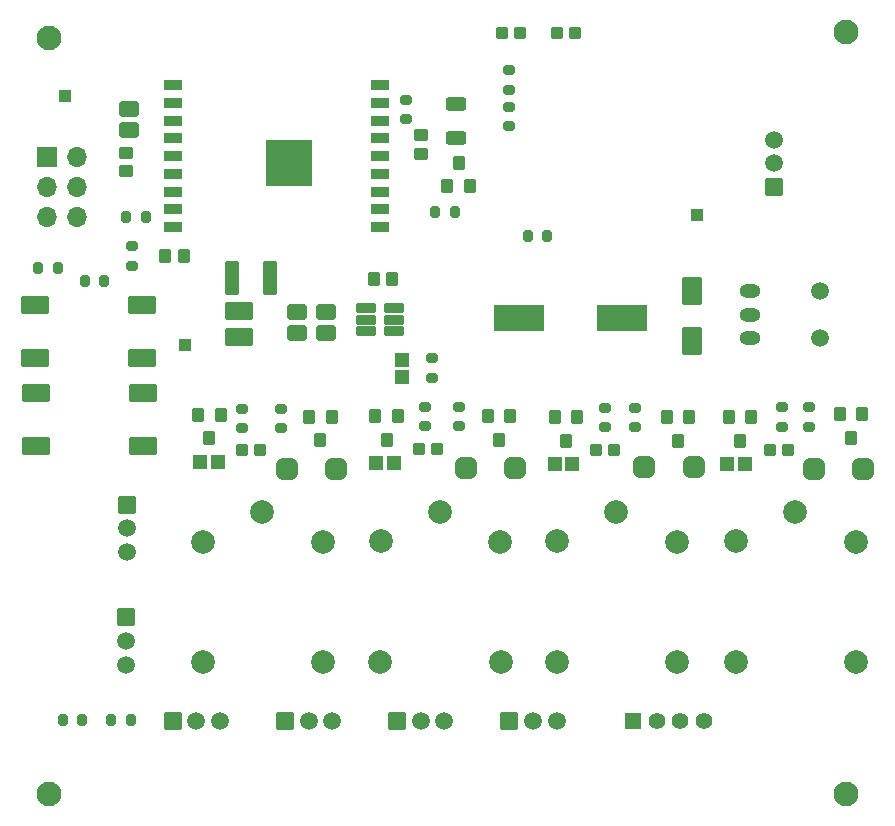
<source format=gts>
G04 #@! TF.GenerationSoftware,KiCad,Pcbnew,9.0.3*
G04 #@! TF.CreationDate,2025-08-26T10:07:48-04:00*
G04 #@! TF.ProjectId,Water_controller_board,57617465-725f-4636-9f6e-74726f6c6c65,rev?*
G04 #@! TF.SameCoordinates,Original*
G04 #@! TF.FileFunction,Soldermask,Top*
G04 #@! TF.FilePolarity,Negative*
%FSLAX46Y46*%
G04 Gerber Fmt 4.6, Leading zero omitted, Abs format (unit mm)*
G04 Created by KiCad (PCBNEW 9.0.3) date 2025-08-26 10:07:48*
%MOMM*%
%LPD*%
G01*
G04 APERTURE LIST*
G04 Aperture macros list*
%AMRoundRect*
0 Rectangle with rounded corners*
0 $1 Rounding radius*
0 $2 $3 $4 $5 $6 $7 $8 $9 X,Y pos of 4 corners*
0 Add a 4 corners polygon primitive as box body*
4,1,4,$2,$3,$4,$5,$6,$7,$8,$9,$2,$3,0*
0 Add four circle primitives for the rounded corners*
1,1,$1+$1,$2,$3*
1,1,$1+$1,$4,$5*
1,1,$1+$1,$6,$7*
1,1,$1+$1,$8,$9*
0 Add four rect primitives between the rounded corners*
20,1,$1+$1,$2,$3,$4,$5,0*
20,1,$1+$1,$4,$5,$6,$7,0*
20,1,$1+$1,$6,$7,$8,$9,0*
20,1,$1+$1,$8,$9,$2,$3,0*%
G04 Aperture macros list end*
%ADD10RoundRect,0.100400X-0.401600X0.451600X-0.401600X-0.451600X0.401600X-0.451600X0.401600X0.451600X0*%
%ADD11RoundRect,0.200000X0.275000X-0.200000X0.275000X0.200000X-0.275000X0.200000X-0.275000X-0.200000X0*%
%ADD12RoundRect,0.102000X-0.465000X0.445000X-0.465000X-0.445000X0.465000X-0.445000X0.465000X0.445000X0*%
%ADD13C,2.100000*%
%ADD14RoundRect,0.100400X0.401600X-0.451600X0.401600X0.451600X-0.401600X0.451600X-0.401600X-0.451600X0*%
%ADD15RoundRect,0.102000X-0.400000X0.400000X-0.400000X-0.400000X0.400000X-0.400000X0.400000X0.400000X0*%
%ADD16RoundRect,0.200000X0.200000X0.275000X-0.200000X0.275000X-0.200000X-0.275000X0.200000X-0.275000X0*%
%ADD17RoundRect,0.102000X0.510000X-0.520000X0.510000X0.520000X-0.510000X0.520000X-0.510000X-0.520000X0*%
%ADD18RoundRect,0.102000X0.400000X-0.400000X0.400000X0.400000X-0.400000X0.400000X-0.400000X-0.400000X0*%
%ADD19R,1.000000X1.000000*%
%ADD20RoundRect,0.200000X-0.275000X0.200000X-0.275000X-0.200000X0.275000X-0.200000X0.275000X0.200000X0*%
%ADD21RoundRect,0.102000X2.050000X1.000000X-2.050000X1.000000X-2.050000X-1.000000X2.050000X-1.000000X0*%
%ADD22RoundRect,0.200000X-0.200000X-0.275000X0.200000X-0.275000X0.200000X0.275000X-0.200000X0.275000X0*%
%ADD23C,2.000000*%
%ADD24RoundRect,0.102000X1.110000X-0.620000X1.110000X0.620000X-1.110000X0.620000X-1.110000X-0.620000X0*%
%ADD25RoundRect,0.450000X0.450000X0.450000X-0.450000X0.450000X-0.450000X-0.450000X0.450000X-0.450000X0*%
%ADD26RoundRect,0.102000X0.710000X-0.540000X0.710000X0.540000X-0.710000X0.540000X-0.710000X-0.540000X0*%
%ADD27RoundRect,0.102000X0.520000X0.510000X-0.520000X0.510000X-0.520000X-0.510000X0.520000X-0.510000X0*%
%ADD28R,1.700000X1.700000*%
%ADD29O,1.700000X1.700000*%
%ADD30RoundRect,0.055580X-0.771420X-0.341420X0.771420X-0.341420X0.771420X0.341420X-0.771420X0.341420X0*%
%ADD31RoundRect,0.102000X-0.654000X0.654000X-0.654000X-0.654000X0.654000X-0.654000X0.654000X0.654000X0*%
%ADD32C,1.512000*%
%ADD33RoundRect,0.250000X-0.625000X0.312500X-0.625000X-0.312500X0.625000X-0.312500X0.625000X0.312500X0*%
%ADD34C,1.500000*%
%ADD35O,1.800000X1.200000*%
%ADD36RoundRect,0.102000X-1.050000X-0.700000X1.050000X-0.700000X1.050000X0.700000X-1.050000X0.700000X0*%
%ADD37RoundRect,0.102000X-0.710000X0.540000X-0.710000X-0.540000X0.710000X-0.540000X0.710000X0.540000X0*%
%ADD38RoundRect,0.102000X-0.445000X-0.465000X0.445000X-0.465000X0.445000X0.465000X-0.445000X0.465000X0*%
%ADD39RoundRect,0.102000X-0.654000X-0.654000X0.654000X-0.654000X0.654000X0.654000X-0.654000X0.654000X0*%
%ADD40RoundRect,0.102000X-0.480000X-1.360000X0.480000X-1.360000X0.480000X1.360000X-0.480000X1.360000X0*%
%ADD41RoundRect,0.102000X-0.604000X-0.604000X0.604000X-0.604000X0.604000X0.604000X-0.604000X0.604000X0*%
%ADD42C,1.412000*%
%ADD43R,1.498600X0.889000*%
%ADD44R,3.987800X3.987800*%
%ADD45RoundRect,0.102000X0.445000X0.465000X-0.445000X0.465000X-0.445000X-0.465000X0.445000X-0.465000X0*%
%ADD46RoundRect,0.102000X0.654000X-0.654000X0.654000X0.654000X-0.654000X0.654000X-0.654000X-0.654000X0*%
%ADD47RoundRect,0.102000X0.750000X-1.060000X0.750000X1.060000X-0.750000X1.060000X-0.750000X-1.060000X0*%
G04 APERTURE END LIST*
D10*
G04 #@! TO.C,Q5*
X171801654Y-91377902D03*
X169901654Y-91377902D03*
X170851654Y-93377902D03*
G04 #@! TD*
D11*
G04 #@! TO.C,R18*
X189366254Y-92316400D03*
X189366254Y-90666400D03*
G04 #@! TD*
D12*
G04 #@! TO.C,C6*
X148786275Y-69134317D03*
X148786275Y-70674317D03*
G04 #@! TD*
D13*
G04 #@! TO.C,REF\u002A\u002A*
X209748954Y-58877900D03*
G04 #@! TD*
D14*
G04 #@! TO.C,Q2*
X175998954Y-71927900D03*
X177898954Y-71927900D03*
X176948954Y-69927900D03*
G04 #@! TD*
D15*
G04 #@! TO.C,D2*
X185268954Y-58967900D03*
X186768954Y-58967900D03*
G04 #@! TD*
D16*
G04 #@! TO.C,R4*
X150438954Y-74527900D03*
X148788954Y-74527900D03*
G04 #@! TD*
D13*
G04 #@! TO.C,REF\u002A\u002A*
X142248954Y-59377900D03*
G04 #@! TD*
D17*
G04 #@! TO.C,R1*
X172193954Y-88073900D03*
X172193954Y-86603900D03*
G04 #@! TD*
D18*
G04 #@! TO.C,D5*
X175078954Y-94187900D03*
X173578954Y-94187900D03*
G04 #@! TD*
D19*
G04 #@! TO.C,TP2*
X143623954Y-64277900D03*
G04 #@! TD*
D20*
G04 #@! TO.C,R15*
X181248954Y-65217900D03*
X181248954Y-66867900D03*
G04 #@! TD*
D21*
G04 #@! TO.C,C10*
X190748954Y-83077900D03*
X182048954Y-83077900D03*
G04 #@! TD*
D22*
G04 #@! TO.C,R23*
X145283954Y-79927900D03*
X146933954Y-79927900D03*
G04 #@! TD*
D16*
G04 #@! TO.C,R6*
X176598954Y-74127900D03*
X174948954Y-74127900D03*
G04 #@! TD*
D18*
G04 #@! TO.C,D7*
X190118954Y-94237900D03*
X188618954Y-94237900D03*
G04 #@! TD*
D23*
G04 #@! TO.C,Rly2*
X170356254Y-101955200D03*
X180490854Y-102006000D03*
X175334654Y-99491400D03*
X170330854Y-112191400D03*
X180516254Y-112191400D03*
G04 #@! TD*
D10*
G04 #@! TO.C,Q3*
X156798954Y-91277900D03*
X154898954Y-91277900D03*
X155848954Y-93277900D03*
G04 #@! TD*
D11*
G04 #@! TO.C,R7*
X161898954Y-92422900D03*
X161898954Y-90772900D03*
G04 #@! TD*
D20*
G04 #@! TO.C,R17*
X191912515Y-90666400D03*
X191912515Y-92316400D03*
G04 #@! TD*
D24*
G04 #@! TO.C,L1*
X158348954Y-84657900D03*
X158348954Y-82477900D03*
G04 #@! TD*
D25*
G04 #@! TO.C,D6*
X181752609Y-95801781D03*
X177587009Y-95801781D03*
G04 #@! TD*
D26*
G04 #@! TO.C,C1*
X163248954Y-84372900D03*
X163248954Y-82582900D03*
G04 #@! TD*
D27*
G04 #@! TO.C,R12*
X171451254Y-95377902D03*
X169981254Y-95377902D03*
G04 #@! TD*
D20*
G04 #@! TO.C,R2*
X174718954Y-86507900D03*
X174718954Y-88157900D03*
G04 #@! TD*
D25*
G04 #@! TO.C,D8*
X196834554Y-95727900D03*
X192668954Y-95727900D03*
G04 #@! TD*
D28*
G04 #@! TO.C,Conn1*
X142083954Y-69422900D03*
D29*
X144623954Y-69422900D03*
X142083954Y-71962900D03*
X144623954Y-71962900D03*
X142083954Y-74502900D03*
X144623954Y-74502900D03*
G04 #@! TD*
D10*
G04 #@! TO.C,Q1*
X166186454Y-91434976D03*
X164286454Y-91434976D03*
X165236454Y-93434976D03*
G04 #@! TD*
D20*
G04 #@! TO.C,R8*
X158568954Y-90772900D03*
X158568954Y-92422900D03*
G04 #@! TD*
D30*
G04 #@! TO.C,U3*
X169138954Y-82277900D03*
X169138954Y-83227900D03*
X169138954Y-84177900D03*
X171448954Y-84177900D03*
X171448954Y-83227900D03*
X171448954Y-82277900D03*
G04 #@! TD*
D10*
G04 #@! TO.C,Q4*
X181301654Y-91377902D03*
X179401654Y-91377902D03*
X180351654Y-93377902D03*
G04 #@! TD*
D19*
G04 #@! TO.C,TP3*
X197098954Y-74347900D03*
G04 #@! TD*
D16*
G04 #@! TO.C,R25*
X145058954Y-117117900D03*
X143408954Y-117117900D03*
G04 #@! TD*
D31*
G04 #@! TO.C,Conn4*
X148759656Y-108427900D03*
D32*
X148759656Y-110427900D03*
X148759656Y-112427900D03*
G04 #@! TD*
D10*
G04 #@! TO.C,Q8*
X211108954Y-91234100D03*
X209208954Y-91234100D03*
X210158954Y-93234100D03*
G04 #@! TD*
G04 #@! TO.C,Q9*
X201741654Y-91484100D03*
X199841654Y-91484100D03*
X200791654Y-93484100D03*
G04 #@! TD*
D33*
G04 #@! TO.C,R11*
X176748954Y-64952900D03*
X176748954Y-67877900D03*
G04 #@! TD*
D34*
G04 #@! TO.C,J1*
X207578954Y-84817900D03*
X207578954Y-80817900D03*
D35*
X201578954Y-80817900D03*
X201578954Y-84817900D03*
X201578954Y-82817900D03*
G04 #@! TD*
D16*
G04 #@! TO.C,R24*
X184458954Y-76137900D03*
X182808954Y-76137900D03*
G04 #@! TD*
D26*
G04 #@! TO.C,C2*
X165748954Y-84367900D03*
X165748954Y-82577900D03*
G04 #@! TD*
D36*
G04 #@! TO.C,S1*
X141073954Y-81952900D03*
X150173954Y-81952900D03*
X141073954Y-86452900D03*
X150173954Y-86452900D03*
G04 #@! TD*
D11*
G04 #@! TO.C,R10*
X181238954Y-63752900D03*
X181238954Y-62102900D03*
G04 #@! TD*
D37*
G04 #@! TO.C,C7*
X149048954Y-65377900D03*
X149048954Y-67167900D03*
G04 #@! TD*
D11*
G04 #@! TO.C,R21*
X204288954Y-92309100D03*
X204288954Y-90659100D03*
G04 #@! TD*
D38*
G04 #@! TO.C,C5*
X152119954Y-77840900D03*
X153659954Y-77840900D03*
G04 #@! TD*
D27*
G04 #@! TO.C,R19*
X201178954Y-95484100D03*
X199708954Y-95484100D03*
G04 #@! TD*
D20*
G04 #@! TO.C,R20*
X206636654Y-90659100D03*
X206636654Y-92309100D03*
G04 #@! TD*
D27*
G04 #@! TO.C,R9*
X156550854Y-95248476D03*
X155080854Y-95248476D03*
G04 #@! TD*
D39*
G04 #@! TO.C,Conn7*
X171748954Y-117165400D03*
D32*
X173748954Y-117165400D03*
X175748954Y-117165400D03*
G04 #@! TD*
D18*
G04 #@! TO.C,D3*
X160088954Y-94237900D03*
X158588954Y-94237900D03*
G04 #@! TD*
D39*
G04 #@! TO.C,Conn2*
X152748954Y-117185400D03*
D32*
X154748954Y-117185400D03*
X156748954Y-117185400D03*
G04 #@! TD*
D40*
G04 #@! TO.C,C4*
X157723954Y-79677900D03*
X160973954Y-79677900D03*
G04 #@! TD*
D13*
G04 #@! TO.C,REF\u002A\u002A*
X142248954Y-123377900D03*
G04 #@! TD*
D19*
G04 #@! TO.C,TP1*
X153798954Y-85327900D03*
G04 #@! TD*
D41*
G04 #@! TO.C,Conn5*
X191732164Y-117177900D03*
D42*
X193732164Y-117177900D03*
X195732164Y-117177900D03*
X197732164Y-117177900D03*
G04 #@! TD*
D25*
G04 #@! TO.C,D10*
X211192609Y-95891781D03*
X207027009Y-95891781D03*
G04 #@! TD*
G04 #@! TO.C,D1*
X166574554Y-95887900D03*
X162408954Y-95887900D03*
G04 #@! TD*
D22*
G04 #@! TO.C,R22*
X141358954Y-78817900D03*
X143008954Y-78817900D03*
G04 #@! TD*
D39*
G04 #@! TO.C,Conn8*
X181248954Y-117165400D03*
D32*
X183248954Y-117165400D03*
X185248954Y-117165400D03*
G04 #@! TD*
D27*
G04 #@! TO.C,R16*
X186566254Y-95441400D03*
X185096254Y-95441400D03*
G04 #@! TD*
D20*
G04 #@! TO.C,R14*
X174098954Y-90587900D03*
X174098954Y-92237900D03*
G04 #@! TD*
D13*
G04 #@! TO.C,REF\u002A\u002A*
X209748954Y-123377900D03*
G04 #@! TD*
D12*
G04 #@! TO.C,C8*
X173748954Y-67627900D03*
X173748954Y-69167900D03*
G04 #@! TD*
D43*
G04 #@! TO.C,U1*
X152748954Y-63377903D03*
X152748954Y-64877902D03*
X152748954Y-66377902D03*
X152748954Y-67877901D03*
X152748954Y-69377901D03*
X152748954Y-70877901D03*
X152748954Y-72377903D03*
X152748954Y-73877902D03*
X152748954Y-75377902D03*
X170248954Y-75377899D03*
X170248954Y-73877900D03*
X170248954Y-72377900D03*
X170248954Y-70877901D03*
X170248954Y-69377901D03*
X170248954Y-67877901D03*
X170248954Y-66377899D03*
X170248954Y-64877900D03*
X170248954Y-63377900D03*
D44*
X162598954Y-69987903D03*
G04 #@! TD*
D22*
G04 #@! TO.C,R26*
X147548954Y-117137900D03*
X149198954Y-117137900D03*
G04 #@! TD*
D31*
G04 #@! TO.C,Conn3*
X148898954Y-98877900D03*
D32*
X148898954Y-100877900D03*
X148898954Y-102877900D03*
G04 #@! TD*
D11*
G04 #@! TO.C,R3*
X149258954Y-78662900D03*
X149258954Y-77012900D03*
G04 #@! TD*
D10*
G04 #@! TO.C,Q6*
X196466254Y-91491400D03*
X194566254Y-91491400D03*
X195516254Y-93491400D03*
G04 #@! TD*
D23*
G04 #@! TO.C,Rly3*
X185306254Y-102005200D03*
X195440854Y-102056000D03*
X190284654Y-99541400D03*
X185280854Y-112241400D03*
X195466254Y-112241400D03*
G04 #@! TD*
D45*
G04 #@! TO.C,C3*
X171318954Y-79777900D03*
X169778954Y-79777900D03*
G04 #@! TD*
D36*
G04 #@! TO.C,S2*
X141123954Y-89427900D03*
X150223954Y-89427900D03*
X141123954Y-93927900D03*
X150223954Y-93927900D03*
G04 #@! TD*
D18*
G04 #@! TO.C,D4*
X182138954Y-58977900D03*
X180638954Y-58977900D03*
G04 #@! TD*
G04 #@! TO.C,D9*
X204805039Y-94227701D03*
X203305039Y-94227701D03*
G04 #@! TD*
D46*
G04 #@! TO.C,Conn9*
X203661454Y-71977900D03*
D32*
X203661454Y-69977900D03*
X203661454Y-67977900D03*
G04 #@! TD*
D39*
G04 #@! TO.C,Conn6*
X162248954Y-117177900D03*
D32*
X164248954Y-117177900D03*
X166248954Y-117177900D03*
G04 #@! TD*
D20*
G04 #@! TO.C,R5*
X172468954Y-64587900D03*
X172468954Y-66237900D03*
G04 #@! TD*
D10*
G04 #@! TO.C,Q7*
X186966254Y-91491400D03*
X185066254Y-91491400D03*
X186016254Y-93491400D03*
G04 #@! TD*
D23*
G04 #@! TO.C,Rly1*
X155306254Y-102012276D03*
X165440854Y-102063076D03*
X160284654Y-99548476D03*
X155280854Y-112248476D03*
X165466254Y-112248476D03*
G04 #@! TD*
D47*
G04 #@! TO.C,D11*
X196718954Y-80827900D03*
X196718954Y-85057900D03*
G04 #@! TD*
D11*
G04 #@! TO.C,R13*
X176981254Y-92252902D03*
X176981254Y-90602902D03*
G04 #@! TD*
D23*
G04 #@! TO.C,Rly4*
X200448954Y-101997900D03*
X210583554Y-102048700D03*
X205427354Y-99534100D03*
X200423554Y-112234100D03*
X210608954Y-112234100D03*
G04 #@! TD*
M02*

</source>
